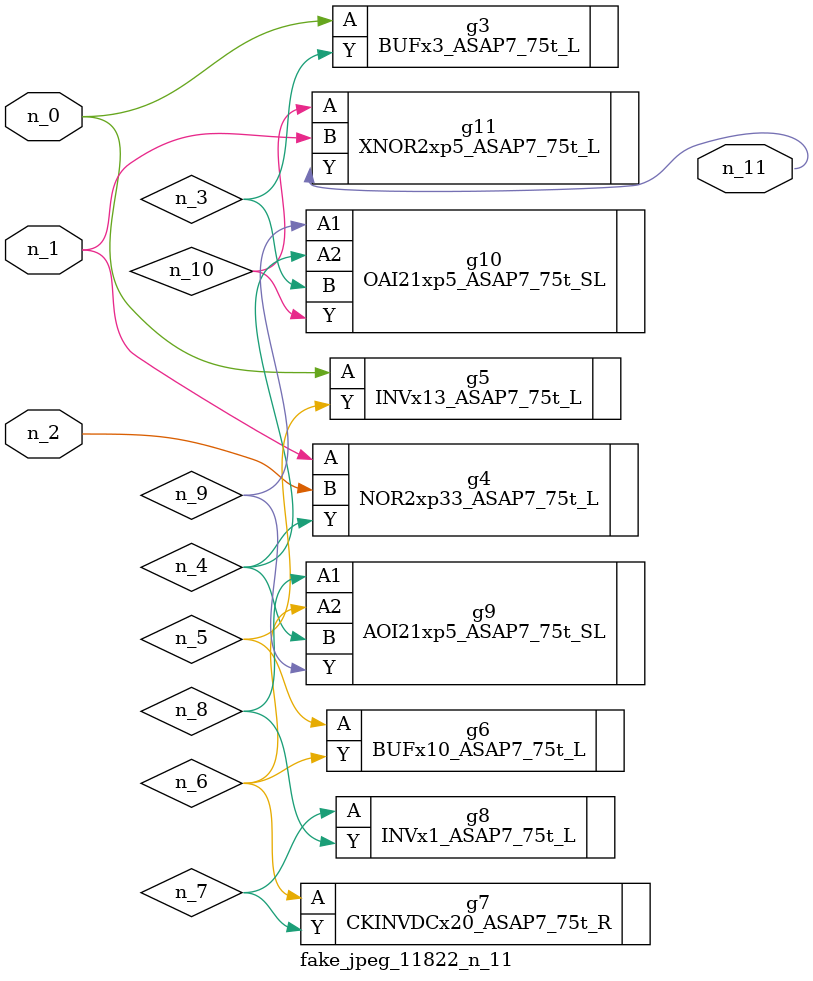
<source format=v>
module fake_jpeg_11822_n_11 (n_0, n_2, n_1, n_11);

input n_0;
input n_2;
input n_1;

output n_11;

wire n_3;
wire n_10;
wire n_4;
wire n_8;
wire n_9;
wire n_6;
wire n_5;
wire n_7;

BUFx3_ASAP7_75t_L g3 ( 
.A(n_0),
.Y(n_3)
);

NOR2xp33_ASAP7_75t_L g4 ( 
.A(n_1),
.B(n_2),
.Y(n_4)
);

INVx13_ASAP7_75t_L g5 ( 
.A(n_0),
.Y(n_5)
);

BUFx10_ASAP7_75t_L g6 ( 
.A(n_5),
.Y(n_6)
);

CKINVDCx20_ASAP7_75t_R g7 ( 
.A(n_6),
.Y(n_7)
);

INVx1_ASAP7_75t_L g8 ( 
.A(n_7),
.Y(n_8)
);

AOI21xp5_ASAP7_75t_SL g9 ( 
.A1(n_8),
.A2(n_6),
.B(n_4),
.Y(n_9)
);

OAI21xp5_ASAP7_75t_SL g10 ( 
.A1(n_9),
.A2(n_4),
.B(n_3),
.Y(n_10)
);

XNOR2xp5_ASAP7_75t_L g11 ( 
.A(n_10),
.B(n_1),
.Y(n_11)
);


endmodule
</source>
